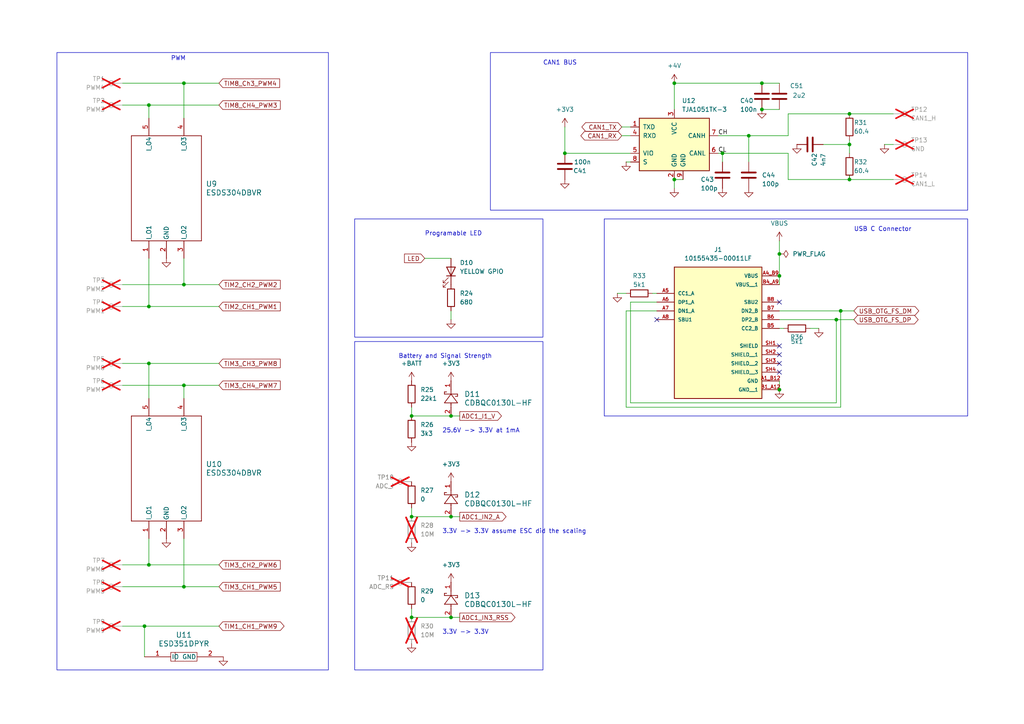
<source format=kicad_sch>
(kicad_sch (version 20231120) (generator "eeschema") (generator_version "8.0")
  (paper "A4")
  (lib_symbols
    (symbol "Connector:TestPoint" (pin_numbers hide) (pin_names (offset 0.762) hide)
      (property "Reference" "TP" (at 0 6.858 0))
      (property "Value" "TestPoint" (at 0 5.08 0))
      (symbol "TestPoint_0_1"
        (circle (center 0 3.302) (radius 0.762))
      )
      (symbol "TestPoint_1_1"
        (pin passive line (at 0 0 90) (length 2.54) (name "1") (number "1"))
      )
    )
    (symbol "Device:C" (pin_numbers hide) (pin_names (offset 0.254))
      (property "Reference" "C" (at 0.635 2.54 0))
      (property "Value" "C" (at 0.635 -2.54 0))
      (symbol "C_0_1"
        (polyline (pts (xy -2.032 -0.762) (xy 2.032 -0.762)) (stroke (width 0.508)))
        (polyline (pts (xy -2.032 0.762) (xy 2.032 0.762)) (stroke (width 0.508)))
      )
      (symbol "C_1_1"
        (pin passive line (at 0 3.81 270) (length 2.794) (name "~") (number "1"))
        (pin passive line (at 0 -3.81 90) (length 2.794) (name "~") (number "2"))
      )
    )
    (symbol "Device:LED" (pin_numbers hide) (pin_names (offset 1.016) hide)
      (property "Reference" "D" (at 0 2.54 0))
      (property "Value" "LED" (at 0 -2.54 0))
      (symbol "LED_0_1"
        (polyline (pts (xy -1.27 -1.27) (xy -1.27 1.27)) (stroke (width 0.254)))
        (polyline (pts (xy -1.27 0) (xy 1.27 0)))
        (polyline (pts (xy 1.27 -1.27) (xy 1.27 1.27) (xy -1.27 0) (xy 1.27 -1.27)) (stroke (width 0.254)))
        (polyline (pts (xy -3.048 -0.762) (xy -4.572 -2.286) (xy -3.81 -2.286) (xy -4.572 -2.286) (xy -4.572 -1.524)))
        (polyline (pts (xy -1.778 -0.762) (xy -3.302 -2.286) (xy -2.54 -2.286) (xy -3.302 -2.286) (xy -3.302 -1.524)))
      )
      (symbol "LED_1_1"
        (pin passive line (at -3.81 0 0) (length 2.54) (name "K") (number "1"))
        (pin passive line (at 3.81 0 180) (length 2.54) (name "A") (number "2"))
      )
    )
    (symbol "Device:R" (pin_numbers hide) (pin_names (offset 0))
      (property "Reference" "R" (at 2.032 0 90))
      (property "Value" "R" (at 0 0 90))
      (symbol "R_0_1"
        (rectangle (start -1.016 -2.54) (end 1.016 2.54) (stroke (width 0.254)))
      )
      (symbol "R_1_1"
        (pin passive line (at 0 3.81 270) (length 1.27) (name "~") (number "1"))
        (pin passive line (at 0 -3.81 90) (length 1.27) (name "~") (number "2"))
      )
    )
    (symbol "Interface_CAN_LIN:TJA1051TK-3" (pin_names (offset 1.016))
      (property "Reference" "U" (at -10.16 8.89 0))
      (property "Value" "TJA1051TK-3" (at 1.27 8.89 0))
      (symbol "TJA1051TK-3_0_1"
        (rectangle (start -10.16 7.62) (end 10.16 -7.62) (stroke (width 0.254)) (fill (type background)))
      )
      (symbol "TJA1051TK-3_1_1"
        (pin input line (at -12.7 5.08 0) (length 2.54) (name "TXD") (number "1"))
        (pin power_in line (at 0 -10.16 90) (length 2.54) (name "GND") (number "2"))
        (pin power_in line (at 0 10.16 270) (length 2.54) (name "VCC") (number "3"))
        (pin output line (at -12.7 2.54 0) (length 2.54) (name "RXD") (number "4"))
        (pin power_in line (at -12.7 -2.54 0) (length 2.54) (name "VIO") (number "5"))
        (pin bidirectional line (at 12.7 -2.54 180) (length 2.54) (name "CANL") (number "6"))
        (pin bidirectional line (at 12.7 2.54 180) (length 2.54) (name "CANH") (number "7"))
        (pin input line (at -12.7 -5.08 0) (length 2.54) (name "S") (number "8"))
        (pin power_in line (at 2.54 -10.16 90) (length 2.54) (name "GND") (number "9"))
      )
    )
    (symbol "Project_Library:10155435-00011LF" (pin_names (offset 1.016))
      (property "Reference" "J" (at -12.7 13.462 0))
      (property "Value" "10155435-00011LF" (at -12.7 -26.162 0))
      (symbol "10155435-00011LF_0_0"
        (rectangle (start -12.7 -25.4) (end 12.7 12.7) (stroke (width 0.254)) (fill (type background)))
        (pin power_in line (at 17.78 -20.32 180) (length 5.08) (name "GND") (number "A1_B12"))
        (pin power_in line (at 17.78 10.16 180) (length 5.08) (name "VBUS") (number "A4_B9"))
        (pin bidirectional line (at -17.78 5.08 0) (length 5.08) (name "CC1_A") (number "A5"))
        (pin bidirectional line (at -17.78 2.54 0) (length 5.08) (name "DP1_A") (number "A6"))
        (pin bidirectional line (at -17.78 0 0) (length 5.08) (name "DN1_A") (number "A7"))
        (pin bidirectional line (at -17.78 -2.54 0) (length 5.08) (name "SBU1") (number "A8"))
        (pin power_in line (at 17.78 -22.86 180) (length 5.08) (name "GND__1") (number "B1_A12"))
        (pin power_in line (at 17.78 7.62 180) (length 5.08) (name "VBUS__1") (number "B4_A9"))
        (pin bidirectional line (at 17.78 -5.08 180) (length 5.08) (name "CC2_B") (number "B5"))
        (pin bidirectional line (at 17.78 -2.54 180) (length 5.08) (name "DP2_B") (number "B6"))
        (pin bidirectional line (at 17.78 0 180) (length 5.08) (name "DN2_B") (number "B7"))
        (pin bidirectional line (at 17.78 2.54 180) (length 5.08) (name "SBU2") (number "B8"))
        (pin passive line (at 17.78 -10.16 180) (length 5.08) (name "SHIELD") (number "SH1"))
        (pin passive line (at 17.78 -12.7 180) (length 5.08) (name "SHIELD__1") (number "SH2"))
        (pin passive line (at 17.78 -15.24 180) (length 5.08) (name "SHIELD__2") (number "SH3"))
        (pin passive line (at 17.78 -17.78 180) (length 5.08) (name "SHIELD__3") (number "SH4"))
      )
    )
    (symbol "Project_Library:CDBQC0130L-HF" (pin_names (offset 0.254))
      (property "Reference" "CR" (at 5.08 4.445 0))
      (property "Value" "CDBQC0130L-HF" (at 5.08 -3.81 0))
      (symbol "CDBQC0130L-HF_0_1"
        (polyline (pts (xy 2.54 0) (xy 3.4798 0)) (stroke (width 0.2032)))
        (polyline (pts (xy 3.175 0) (xy 3.81 0)) (stroke (width 0.2032)))
        (polyline (pts (xy 3.81 -1.905) (xy 6.35 0)) (stroke (width 0.2032)))
        (polyline (pts (xy 3.81 1.905) (xy 3.81 -1.905)) (stroke (width 0.2032)))
        (polyline (pts (xy 5.715 -1.905) (xy 5.715 -1.27)) (stroke (width 0.2032)))
        (polyline (pts (xy 6.35 -1.905) (xy 5.715 -1.905)) (stroke (width 0.2032)))
        (polyline (pts (xy 6.35 -1.905) (xy 6.35 1.905)) (stroke (width 0.2032)))
        (polyline (pts (xy 6.35 0) (xy 3.81 1.905)) (stroke (width 0.2032)))
        (polyline (pts (xy 6.35 0) (xy 7.62 0)) (stroke (width 0.2032)))
        (polyline (pts (xy 6.35 1.905) (xy 6.985 1.905)) (stroke (width 0.2032)))
        (polyline (pts (xy 6.985 1.905) (xy 6.985 1.27)) (stroke (width 0.2032)))
        (pin unspecified line (at 10.16 0 180) (length 2.54) (name "") (number "1"))
        (pin unspecified line (at 0 0 0) (length 2.54) (name "") (number "2"))
      )
    )
    (symbol "Project_Library:ESD351DPYR" (pin_names (offset 0.254))
      (property "Reference" "U8" (at 11.43 6.35 0))
      (property "Value" "ESD351DPYR" (at 11.43 3.81 0))
      (symbol "ESD351DPYR_0_1"
        (pin bidirectional line (at 0 0 0) (length 7.62) (name "IO") (number "1"))
        (pin power_in line (at 22.86 0 180) (length 7.62) (name "GND") (number "2"))
      )
      (symbol "ESD351DPYR_1_1"
        (polyline (pts (xy 8.89 1.27) (xy 8.89 -1.27)))
        (rectangle (start 7.62 1.27) (end 15.24 -1.27))
      )
    )
    (symbol "Project_Library:ESDS304DBVR" (pin_names (offset 0.254))
      (property "Reference" "U" (at 0 2.54 0))
      (property "Value" "ESDS304DBVR" (at 0 0 0))
      (symbol "ESDS304DBVR_0_1"
        (polyline (pts (xy -15.24 -10.16) (xy 15.24 -10.16)) (stroke (width 0.2032)))
        (polyline (pts (xy -15.24 10.16) (xy -15.24 -10.16)) (stroke (width 0.2032)))
        (polyline (pts (xy 15.24 -10.16) (xy 15.24 10.16)) (stroke (width 0.2032)))
        (polyline (pts (xy 15.24 10.16) (xy -15.24 10.16)) (stroke (width 0.2032)))
        (pin power_in line (at -20.32 0 0) (length 5.08) (name "GND") (number "2"))
        (pin bidirectional line (at 20.32 -5.08 180) (length 5.08) (name "I_O3") (number "4"))
        (pin bidirectional line (at 20.32 5.08 180) (length 5.08) (name "I_O4") (number "5"))
      )
      (symbol "ESDS304DBVR_1_1"
        (pin bidirectional line (at -20.32 5.08 0) (length 5.08) (name "I_O1") (number "1"))
        (pin bidirectional line (at -20.32 -5.08 0) (length 5.08) (name "I_O2") (number "3"))
      )
    )
    (symbol "power:+3V3" (power) (pin_numbers hide) (pin_names (offset 0) hide)
      (property "Value" "+3V3" (at 0 3.556 0))
      (symbol "+3V3_0_1"
        (polyline (pts (xy -0.762 1.27) (xy 0 2.54)))
        (polyline (pts (xy 0 0) (xy 0 2.54)))
        (polyline (pts (xy 0 2.54) (xy 0.762 1.27)))
      )
      (symbol "+3V3_1_1"
        (pin power_in line (at 0 0 90) (length 0) (name "~") (number "1"))
      )
    )
    (symbol "power:+4V" (power) (pin_numbers hide) (pin_names (offset 0) hide)
      (property "Value" "+4V" (at 0 3.556 0))
      (symbol "+4V_0_1"
        (polyline (pts (xy -0.762 1.27) (xy 0 2.54)))
        (polyline (pts (xy 0 0) (xy 0 2.54)))
        (polyline (pts (xy 0 2.54) (xy 0.762 1.27)))
      )
      (symbol "+4V_1_1"
        (pin power_in line (at 0 0 90) (length 0) (name "~") (number "1"))
      )
    )
    (symbol "power:+BATT" (power) (pin_numbers hide) (pin_names (offset 0) hide)
      (property "Value" "+BATT" (at 0 3.556 0))
      (symbol "+BATT_0_1"
        (polyline (pts (xy -0.762 1.27) (xy 0 2.54)))
        (polyline (pts (xy 0 0) (xy 0 2.54)))
        (polyline (pts (xy 0 2.54) (xy 0.762 1.27)))
      )
      (symbol "+BATT_1_1"
        (pin power_in line (at 0 0 90) (length 0) (name "~") (number "1"))
      )
    )
    (symbol "power:GND" (power) (pin_numbers hide) (pin_names (offset 0) hide)
      (property "Value" "GND" (at 0 -3.81 0))
      (symbol "GND_0_1"
        (polyline (pts (xy 0 0) (xy 0 -1.27) (xy 1.27 -1.27) (xy 0 -2.54) (xy -1.27 -1.27) (xy 0 -1.27)))
      )
      (symbol "GND_1_1"
        (pin power_in line (at 0 0 270) (length 0) (name "~") (number "1"))
      )
    )
    (symbol "power:PWR_FLAG" (power) (pin_numbers hide) (pin_names (offset 0) hide)
      (property "Value" "PWR_FLAG" (at 0 3.81 0))
      (symbol "PWR_FLAG_0_0"
        (pin power_out line (at 0 0 90) (length 0) (name "~") (number "1"))
      )
      (symbol "PWR_FLAG_0_1"
        (polyline (pts (xy 0 0) (xy 0 1.27) (xy -1.016 1.905) (xy 0 2.54) (xy 1.016 1.905) (xy 0 1.27)))
      )
    )
    (symbol "power:VBUS" (power) (pin_numbers hide) (pin_names (offset 0) hide)
      (property "Value" "VBUS" (at 0 3.556 0))
      (symbol "VBUS_0_1"
        (polyline (pts (xy -0.762 1.27) (xy 0 2.54)))
        (polyline (pts (xy 0 0) (xy 0 2.54)))
        (polyline (pts (xy 0 2.54) (xy 0.762 1.27)))
      )
      (symbol "VBUS_1_1"
        (pin power_in line (at 0 0 90) (length 0) (name "~") (number "1"))
      )
    )
  )
  (junction (at 43.18 163.83))
  (junction (at 246.38 33.02))
  (junction (at 246.38 52.07))
  (junction (at 226.06 80.01))
  (junction (at 243.84 90.17))
  (junction (at 41.91 181.61))
  (junction (at 119.38 120.65))
  (junction (at 195.58 24.13))
  (junction (at 43.18 30.48))
  (junction (at 242.57 92.71))
  (junction (at 130.81 179.07))
  (junction (at 246.38 41.91))
  (junction (at 119.38 179.07))
  (junction (at 53.34 82.55))
  (junction (at 53.34 170.18))
  (junction (at 220.98 31.75))
  (junction (at 195.58 52.07))
  (junction (at 163.83 44.45))
  (junction (at 43.18 105.41))
  (junction (at 53.34 111.76))
  (junction (at 130.81 149.86))
  (junction (at 217.17 39.37))
  (junction (at 130.81 120.65))
  (junction (at 226.06 113.03))
  (junction (at 43.18 88.9))
  (junction (at 220.98 24.13))
  (junction (at 209.55 44.45))
  (junction (at 226.06 73.66))
  (junction (at 53.34 24.13))
  (junction (at 119.38 149.86))
  (no_connect (at 226.06 102.87))
  (no_connect (at 190.5 92.71))
  (no_connect (at 226.06 87.63))
  (no_connect (at 226.06 100.33))
  (no_connect (at 226.06 107.95))
  (no_connect (at 226.06 105.41))
  (wire (pts (xy 53.34 156.21) (xy 53.34 170.18)))
  (wire (pts (xy 43.18 163.83) (xy 63.5 163.83)))
  (wire (pts (xy 226.06 80.01) (xy 226.06 82.55)))
  (wire (pts (xy 208.28 39.37) (xy 217.17 39.37)))
  (wire (pts (xy 43.18 156.21) (xy 43.18 163.83)))
  (wire (pts (xy 119.38 147.32) (xy 119.38 149.86)))
  (wire (pts (xy 41.91 181.61) (xy 63.5 181.61)))
  (wire (pts (xy 130.81 90.17) (xy 130.81 92.71)))
  (wire (pts (xy 220.98 24.13) (xy 226.06 24.13)))
  (wire (pts (xy 35.56 170.18) (xy 53.34 170.18)))
  (wire (pts (xy 180.34 39.37) (xy 182.88 39.37)))
  (wire (pts (xy 53.34 24.13) (xy 63.5 24.13)))
  (wire (pts (xy 242.57 92.71) (xy 247.65 92.71)))
  (wire (pts (xy 53.34 24.13) (xy 53.34 34.29)))
  (wire (pts (xy 243.84 90.17) (xy 243.84 118.11)))
  (wire (pts (xy 35.56 111.76) (xy 53.34 111.76)))
  (wire (pts (xy 226.06 90.17) (xy 243.84 90.17)))
  (wire (pts (xy 180.34 36.83) (xy 182.88 36.83)))
  (wire (pts (xy 238.76 41.91) (xy 246.38 41.91)))
  (wire (pts (xy 195.58 54.61) (xy 195.58 52.07)))
  (wire (pts (xy 208.28 44.45) (xy 209.55 44.45)))
  (wire (pts (xy 228.6 44.45) (xy 228.6 52.07)))
  (wire (pts (xy 226.06 110.49) (xy 226.06 113.03)))
  (wire (pts (xy 35.56 181.61) (xy 41.91 181.61)))
  (wire (pts (xy 53.34 111.76) (xy 53.34 115.57)))
  (wire (pts (xy 226.06 95.25) (xy 227.33 95.25)))
  (wire (pts (xy 246.38 52.07) (xy 259.08 52.07)))
  (wire (pts (xy 181.61 90.17) (xy 190.5 90.17)))
  (wire (pts (xy 123.19 74.93) (xy 130.81 74.93)))
  (wire (pts (xy 119.38 120.65) (xy 130.81 120.65)))
  (wire (pts (xy 181.61 46.99) (xy 182.88 46.99)))
  (wire (pts (xy 246.38 40.64) (xy 246.38 41.91)))
  (wire (pts (xy 243.84 90.17) (xy 247.65 90.17)))
  (wire (pts (xy 119.38 118.11) (xy 119.38 120.65)))
  (wire (pts (xy 35.56 88.9) (xy 43.18 88.9)))
  (wire (pts (xy 246.38 52.07) (xy 246.38 50.8)))
  (wire (pts (xy 226.06 73.66) (xy 226.06 80.01)))
  (wire (pts (xy 130.81 149.86) (xy 133.35 149.86)))
  (wire (pts (xy 35.56 24.13) (xy 53.34 24.13)))
  (wire (pts (xy 163.83 36.83) (xy 163.83 44.45)))
  (wire (pts (xy 228.6 33.02) (xy 246.38 33.02)))
  (wire (pts (xy 195.58 52.07) (xy 198.12 52.07)))
  (wire (pts (xy 43.18 105.41) (xy 43.18 115.57)))
  (wire (pts (xy 163.83 44.45) (xy 182.88 44.45)))
  (wire (pts (xy 181.61 118.11) (xy 181.61 90.17)))
  (wire (pts (xy 119.38 179.07) (xy 130.81 179.07)))
  (wire (pts (xy 43.18 30.48) (xy 63.5 30.48)))
  (wire (pts (xy 43.18 30.48) (xy 43.18 34.29)))
  (wire (pts (xy 226.06 69.85) (xy 226.06 73.66)))
  (wire (pts (xy 195.58 24.13) (xy 195.58 31.75)))
  (wire (pts (xy 246.38 41.91) (xy 246.38 44.45)))
  (wire (pts (xy 182.88 87.63) (xy 182.88 116.84)))
  (wire (pts (xy 43.18 88.9) (xy 63.5 88.9)))
  (wire (pts (xy 53.34 170.18) (xy 63.5 170.18)))
  (wire (pts (xy 181.61 85.09) (xy 179.07 85.09)))
  (wire (pts (xy 35.56 82.55) (xy 53.34 82.55)))
  (wire (pts (xy 217.17 39.37) (xy 228.6 39.37)))
  (wire (pts (xy 181.61 118.11) (xy 243.84 118.11)))
  (wire (pts (xy 130.81 120.65) (xy 133.35 120.65)))
  (wire (pts (xy 209.55 44.45) (xy 209.55 46.99)))
  (wire (pts (xy 43.18 74.93) (xy 43.18 88.9)))
  (wire (pts (xy 228.6 39.37) (xy 228.6 33.02)))
  (wire (pts (xy 217.17 46.99) (xy 217.17 39.37)))
  (wire (pts (xy 43.18 105.41) (xy 63.5 105.41)))
  (wire (pts (xy 119.38 149.86) (xy 130.81 149.86)))
  (wire (pts (xy 35.56 30.48) (xy 43.18 30.48)))
  (wire (pts (xy 190.5 87.63) (xy 182.88 87.63)))
  (wire (pts (xy 53.34 74.93) (xy 53.34 82.55)))
  (wire (pts (xy 119.38 176.53) (xy 119.38 179.07)))
  (wire (pts (xy 195.58 24.13) (xy 220.98 24.13)))
  (wire (pts (xy 190.5 85.09) (xy 189.23 85.09)))
  (wire (pts (xy 53.34 111.76) (xy 63.5 111.76)))
  (wire (pts (xy 256.54 41.91) (xy 259.08 41.91)))
  (wire (pts (xy 53.34 82.55) (xy 63.5 82.55)))
  (wire (pts (xy 234.95 95.25) (xy 237.49 95.25)))
  (wire (pts (xy 220.98 31.75) (xy 226.06 31.75)))
  (wire (pts (xy 226.06 92.71) (xy 242.57 92.71)))
  (wire (pts (xy 182.88 116.84) (xy 242.57 116.84)))
  (wire (pts (xy 35.56 105.41) (xy 43.18 105.41)))
  (wire (pts (xy 35.56 163.83) (xy 43.18 163.83)))
  (wire (pts (xy 209.55 44.45) (xy 228.6 44.45)))
  (wire (pts (xy 242.57 92.71) (xy 242.57 116.84)))
  (wire (pts (xy 228.6 52.07) (xy 246.38 52.07)))
  (wire (pts (xy 246.38 33.02) (xy 259.08 33.02)))
  (wire (pts (xy 130.81 179.07) (xy 133.35 179.07)))
  (wire (pts (xy 41.91 181.61) (xy 41.91 190.5)))
  (rectangle (start 102.87 63.5) (end 157.48 97.79))
  (rectangle (start 16.51 15.24) (end 95.25 194.31))
  (rectangle (start 102.87 99.06) (end 157.48 194.31))
  (rectangle (start 142.24 15.24) (end 280.67 60.96))
  (rectangle (start 175.26 63.5) (end 280.67 120.65))
  (text "3.3V -> 3.3V assume ESC did the scaling\n" (at 128.27 154.94 0) (effects (font (size 1.27 1.27)) (justify left bottom)))
  (text "Battery and Signal Strength" (at 115.57 104.14 0) (effects (font (size 1.27 1.27)) (justify left bottom)))
  (text "25.6V -> 3.3V at 1mA\n" (at 128.27 125.73 0) (effects (font (size 1.27 1.27)) (justify left bottom)))
  (text "Programable LED" (at 123.19 68.58 0) (effects (font (size 1.27 1.27)) (justify left bottom)))
  (text "CAN1 BUS" (at 157.48 19.05 0) (effects (font (size 1.27 1.27)) (justify left bottom)))
  (text "PWM" (at 49.53 17.78 0) (effects (font (size 1.27 1.27)) (justify left bottom)))
  (text "USB C Connector" (at 247.65 67.31 0) (effects (font (size 1.27 1.27)) (justify left bottom)))
  (text "3.3V -> 3.3V\n" (at 128.27 184.15 0) (effects (font (size 1.27 1.27)) (justify left bottom)))
  (label "CL" (at 208.28 44.45 0))
  (label "CH" (at 208.28 39.37 0))
  (global_label "TIM2_CH1_PWM1" (shape input) (at 63.5 88.9 0) (property "Intersheetrefs" "${INTERSHEET_REFS}" (effects (hide yes))))
  (global_label "LED" (shape input) (at 123.19 74.93 180) (property "Intersheetrefs" "${INTERSHEET_REFS}" (effects (hide yes))))
  (global_label "TIM8_CH4_PWM3" (shape input) (at 63.5 30.48 0) (property "Intersheetrefs" "${INTERSHEET_REFS}" (effects (hide yes))))
  (global_label "CAN1_TX" (shape bidirectional) (at 180.34 36.83 180) (property "Intersheetrefs" "${INTERSHEET_REFS}" (effects (hide yes))))
  (global_label "USB_OTG_FS_DP" (shape bidirectional) (at 247.65 92.71 0) (property "Intersheetrefs" "${INTERSHEET_REFS}" (effects (hide yes))))
  (global_label "TIM8_Ch3_PWM4" (shape input) (at 63.5 24.13 0) (property "Intersheetrefs" "${INTERSHEET_REFS}" (effects (hide yes))))
  (global_label "TIM1_CH1_PWM9" (shape bidirectional) (at 63.5 181.61 0) (property "Intersheetrefs" "${INTERSHEET_REFS}" (effects (hide yes))))
  (global_label "TIM2_CH2_PWM2" (shape input) (at 63.5 82.55 0) (property "Intersheetrefs" "${INTERSHEET_REFS}" (effects (hide yes))))
  (global_label "TIM3_CH1_PWM5" (shape input) (at 63.5 170.18 0) (property "Intersheetrefs" "${INTERSHEET_REFS}" (effects (hide yes))))
  (global_label "ADC1_IN3_RSS" (shape output) (at 133.35 179.07 0) (property "Intersheetrefs" "${INTERSHEET_REFS}" (effects (hide yes))))
  (global_label "CAN1_RX" (shape bidirectional) (at 180.34 39.37 180) (property "Intersheetrefs" "${INTERSHEET_REFS}" (effects (hide yes))))
  (global_label "TIM3_CH3_PWM8" (shape input) (at 63.5 105.41 0) (property "Intersheetrefs" "${INTERSHEET_REFS}" (effects (hide yes))))
  (global_label "TIM3_CH2_PWM6" (shape input) (at 63.5 163.83 0) (property "Intersheetrefs" "${INTERSHEET_REFS}" (effects (hide yes))))
  (global_label "USB_OTG_FS_DM" (shape bidirectional) (at 247.65 90.17 0) (property "Intersheetrefs" "${INTERSHEET_REFS}" (effects (hide yes))))
  (global_label "TIM3_CH4_PWM7" (shape input) (at 63.5 111.76 0) (property "Intersheetrefs" "${INTERSHEET_REFS}" (effects (hide yes))))
  (global_label "ADC1_IN2_A" (shape output) (at 133.35 149.86 0) (property "Intersheetrefs" "${INTERSHEET_REFS}" (effects (hide yes))))
  (global_label "ADC1_I1_V" (shape output) (at 133.35 120.65 0) (property "Intersheetrefs" "${INTERSHEET_REFS}" (effects (hide yes))))
  (symbol (lib_id "power:+3V3") (at 130.81 168.91 0) (unit 1)
    (property "Reference" "#PWR095" (effects (hide yes)))
    (property "Value" "+3V3" (at 130.81 163.83 0))
    (property "Description" "Power symbol creates a global label with name \"+3V3\"" (effects (hide yes)))
  )
  (symbol (lib_id "power:GND") (at 209.55 54.61 0) (unit 1)
    (property "Reference" "#PWR087" (effects (hide yes)))
    (property "Value" "GND" (effects (hide yes)))
    (property "Description" "Power symbol creates a global label with name \"GND\" , ground" (effects (hide yes)))
  )
  (symbol (lib_id "Connector:TestPoint") (at 35.56 30.48 90) (unit 1) (dnp yes)
    (property "Reference" "TP2" (at 30.48 29.21 90) (effects (justify left)))
    (property "Value" "PWM3" (at 30.48 31.75 90) (effects (justify left)))
    (property "Footprint" "Project:TestPoint_Pad_1.0x1.5mm" (effects (hide yes)))
    (property "Note" "DNP" (effects (hide yes)))
    (property "Assemby" "Copper pad: no assembly required" (effects (hide yes)))
  )
  (symbol (lib_id "Device:R") (at 119.38 153.67 0) (unit 1) (dnp yes)
    (property "Reference" "R28" (at 121.92 152.3999 0) (effects (justify left)))
    (property "Value" "10M" (at 121.92 154.9399 0) (effects (justify left)))
    (property "Footprint" "Resistor_SMD:R_0402_1005Metric" (effects (hide yes)))
    (property "Tolerance" "0.1%" (effects (hide yes)))
    (property "Manufactorer" "YAGEO" (effects (hide yes)))
    (property "Part Number" "RC0402JR-0710ML" (effects (hide yes)))
    (property "Note" "DNP" (effects (hide yes)))
  )
  (symbol (lib_id "Interface_CAN_LIN:TJA1051TK-3") (at 195.58 41.91 0) (unit 1)
    (property "Reference" "U12" (at 197.7741 29.21 0) (effects (justify left)))
    (property "Value" "TJA1051TK-3" (at 197.7741 31.75 0) (effects (justify left)))
    (property "Footprint" "Package_DFN_QFN:DFN-8-1EP_3x3mm_P0.65mm_EP1.55x2.4mm" (effects (hide yes)))
    (property "Datasheet" "http://www.nxp.com/docs/en/data-sheet/TJA1051.pdf" (effects (hide yes)))
    (property "Manufactorer" "NXP" (effects (hide yes)))
    (property "Part Number" "TJA1051TK/3,118" (effects (hide yes)))
  )
  (symbol (lib_id "power:GND") (at 237.49 95.25 0) (unit 1)
    (property "Reference" "#PWR082" (effects (hide yes)))
    (property "Value" "GND" (effects (hide yes)))
    (property "Description" "Power symbol creates a global label with name \"GND\" , ground" (effects (hide yes)))
  )
  (symbol (lib_id "power:GND") (at 226.06 113.03 0) (unit 1)
    (property "Reference" "#PWR083" (effects (hide yes)))
    (property "Value" "GND" (effects (hide yes)))
    (property "Description" "Power symbol creates a global label with name \"GND\" , ground" (effects (hide yes)))
  )
  (symbol (lib_id "Project_Library:ESD351DPYR") (at 41.91 190.5 0) (unit 1)
    (property "Reference" "U11" (at 53.34 184.15 0) (effects (font (size 1.524 1.524))))
    (property "Value" "ESD351DPYR" (at 53.34 186.69 0) (effects (font (size 1.524 1.524))))
    (property "Footprint" "Project:DPY2_TEX" (effects (hide yes)))
    (property "Datasheet" "https://www.ti.com/general/docs/suppproductinfo.tsp?distId=10&gotoUrl=https%3A%2F%2Fwww.ti.com%2Flit%2Fgpn%2Fesd351" (effects (hide yes)))
    (property "Manufactorer" "TI" (effects (hide yes)))
    (property "Part Number" "ESD351DPYR" (effects (hide yes)))
  )
  (symbol (lib_id "power:GND") (at 231.14 41.91 0) (unit 1)
    (property "Reference" "#PWR090" (effects (hide yes)))
    (property "Value" "GND" (effects (hide yes)))
    (property "Description" "Power symbol creates a global label with name \"GND\" , ground" (effects (hide yes)))
  )
  (symbol (lib_id "power:GND") (at 163.83 52.07 0) (unit 1)
    (property "Reference" "#PWR020" (effects (hide yes)))
    (property "Value" "GND" (effects (hide yes)))
    (property "Description" "Power symbol creates a global label with name \"GND\" , ground" (effects (hide yes)))
  )
  (symbol (lib_id "Project_Library:CDBQC0130L-HF") (at 130.81 179.07 90) (unit 1)
    (property "Reference" "D13" (at 134.62 172.72 90) (effects (font (size 1.524 1.524)) (justify right)))
    (property "Value" "CDBQC0130L-HF" (at 134.62 175.26 90) (effects (font (size 1.524 1.524)) (justify right)))
    (property "Footprint" "Project:SDO_0402C&slash_SOD-923F_CIP" (effects (hide yes)))
    (property "Datasheet" "https://www.comchiptech.com/admin/files/product/CDBQC0130L-HF%20RevB681116.pdf" (effects (hide yes)))
    (property "Amps" "0.1" (effects (hide yes)))
    (property "Manufactorer" "Comchip" (effects (hide yes)))
    (property "Part Number" "CDBQC0130L-HF" (effects (hide yes)))
    (property "Voltage" "30" (effects (hide yes)))
  )
  (symbol (lib_id "Connector:TestPoint") (at 35.56 105.41 90) (unit 1) (dnp yes)
    (property "Reference" "TP5" (at 30.48 104.14 90) (effects (justify left)))
    (property "Value" "PWM8" (at 30.48 106.68 90) (effects (justify left)))
    (property "Footprint" "Project:TestPoint_Pad_1.0x1.5mm" (effects (hide yes)))
    (property "Note" "DNP" (effects (hide yes)))
    (property "Assemby" "Copper pad: no assembly required" (effects (hide yes)))
  )
  (symbol (lib_id "power:GND") (at 179.07 85.09 0) (unit 1)
    (property "Reference" "#PWR084" (effects (hide yes)))
    (property "Value" "GND" (effects (hide yes)))
    (property "Description" "Power symbol creates a global label with name \"GND\" , ground" (effects (hide yes)))
  )
  (symbol (lib_id "power:GND") (at 220.98 31.75 0) (unit 1)
    (property "Reference" "#PWR089" (effects (hide yes)))
    (property "Value" "GND" (effects (hide yes)))
    (property "Description" "Power symbol creates a global label with name \"GND\" , ground" (effects (hide yes)))
  )
  (symbol (lib_id "power:GND") (at 64.77 190.5 0) (unit 1)
    (property "Reference" "#PWR078" (effects (hide yes)))
    (property "Value" "GND" (effects (hide yes)))
    (property "Description" "Power symbol creates a global label with name \"GND\" , ground" (effects (hide yes)))
  )
  (symbol (lib_id "Device:C") (at 163.83 48.26 180) (unit 1)
    (property "Reference" "C41" (at 170.18 49.53 0) (effects (justify left)))
    (property "Value" "100n" (at 171.45 46.99 0) (effects (justify left)))
    (property "Footprint" "Capacitor_SMD:C_0402_1005Metric" (effects (hide yes)))
    (property "Manufactorer" "YAGEO" (effects (hide yes)))
    (property "Part Number" "CC0402KRX5R8BB104" (effects (hide yes)))
    (property "Voltage" "25" (effects (hide yes)))
    (property "Tolerance" "10%" (effects (hide yes)))
  )
  (symbol (lib_id "Device:C") (at 220.98 27.94 0) (unit 1)
    (property "Reference" "C40" (at 214.63 29.21 0) (effects (justify left)))
    (property "Value" "100n" (at 214.63 31.75 0) (effects (justify left)))
    (property "Footprint" "Capacitor_SMD:C_0402_1005Metric" (effects (hide yes)))
    (property "Manufactorer" "YAGEO" (effects (hide yes)))
    (property "Part Number" "CC0402KRX5R8BB104" (effects (hide yes)))
    (property "Voltage" "25" (effects (hide yes)))
    (property "Tolerance" "10%" (effects (hide yes)))
  )
  (symbol (lib_id "power:PWR_FLAG") (at 226.06 73.66 270) (unit 1)
    (property "Reference" "#FLG08" (effects (hide yes)))
    (property "Value" "PWR_FLAG" (at 229.87 73.6599 90) (effects (justify left)))
    (property "Description" "Special symbol for telling ERC where power comes from" (effects (hide yes)))
  )
  (symbol (lib_id "Connector:TestPoint") (at 35.56 163.83 90) (unit 1) (dnp yes)
    (property "Reference" "TP7" (at 30.48 162.56 90) (effects (justify left)))
    (property "Value" "PWM6" (at 30.48 165.1 90) (effects (justify left)))
    (property "Footprint" "Project:TestPoint_Pad_1.0x1.5mm" (effects (hide yes)))
    (property "Note" "DNP" (effects (hide yes)))
    (property "Assemby" "Copper pad: no assembly required" (effects (hide yes)))
  )
  (symbol (lib_id "power:GND") (at 217.17 54.61 0) (unit 1)
    (property "Reference" "#PWR088" (effects (hide yes)))
    (property "Value" "GND" (effects (hide yes)))
    (property "Description" "Power symbol creates a global label with name \"GND\" , ground" (effects (hide yes)))
  )
  (symbol (lib_id "Device:R") (at 246.38 48.26 0) (unit 1)
    (property "Reference" "R32" (at 247.65 46.99 0) (effects (justify left)))
    (property "Value" "60.4" (at 247.65 49.53 0) (effects (justify left)))
    (property "Footprint" "Resistor_SMD:R_0402_1005Metric" (effects (hide yes)))
    (property "Manufactorer" "YAGEO" (effects (hide yes)))
    (property "Part Number" "RC0402FR-0760R4L" (effects (hide yes)))
    (property "Tolerance" "1%" (effects (hide yes)))
  )
  (symbol (lib_id "Device:R") (at 119.38 143.51 0) (unit 1)
    (property "Reference" "R27" (at 121.92 142.24 0) (effects (justify left)))
    (property "Value" "0" (at 121.92 144.78 0) (effects (justify left)))
    (property "Footprint" "Resistor_SMD:R_0402_1005Metric" (effects (hide yes)))
    (property "Tolerance" "0.1%" (effects (hide yes)))
    (property "Manufactorer" "YAGEO" (effects (hide yes)))
    (property "Part Number" "RC0402FR-070RL" (effects (hide yes)))
  )
  (symbol (lib_id "Device:R") (at 185.42 85.09 270) (unit 1)
    (property "Reference" "R33" (at 185.42 80.01 90))
    (property "Value" "5k1" (at 185.42 82.55 90))
    (property "Footprint" "Resistor_SMD:R_0402_1005Metric" (effects (hide yes)))
    (property "Manufactorer" "YAGEO" (effects (hide yes)))
    (property "Part Number" "RC0402FR-075K1L" (effects (hide yes)))
    (property "Tolerance" "1%" (effects (hide yes)))
  )
  (symbol (lib_id "Project_Library:ESDS304DBVR") (at 48.26 135.89 90) (unit 1)
    (property "Reference" "U10" (at 59.69 134.62 90) (effects (font (size 1.524 1.524)) (justify right)))
    (property "Value" "ESDS304DBVR" (at 59.69 137.16 90) (effects (font (size 1.524 1.524)) (justify right)))
    (property "Footprint" "Project:DBV0005A_L" (effects (hide yes)))
    (property "Datasheet" "https://www.ti.com/lit/ds/symlink/esds302.pdf?HQS=dis-dk-null-digikeymode-dsf-pf-null-wwe&ts=1721661223795&ref_url=https%253A%252F%252Ficqqg.com%252F" (effects (hide yes)))
    (property "Manufactorer" "TI" (effects (hide yes)))
    (property "Part Number" "ESDS304DBVR" (effects (hide yes)))
  )
  (symbol (lib_id "power:GND") (at 119.38 128.27 0) (unit 1)
    (property "Reference" "#PWR081" (effects (hide yes)))
    (property "Value" "GND" (effects (hide yes)))
    (property "Description" "Power symbol creates a global label with name \"GND\" , ground" (effects (hide yes)))
  )
  (symbol (lib_id "power:GND") (at 195.58 54.61 0) (unit 1)
    (property "Reference" "#PWR086" (effects (hide yes)))
    (property "Value" "GND" (effects (hide yes)))
    (property "Description" "Power symbol creates a global label with name \"GND\" , ground" (effects (hide yes)))
  )
  (symbol (lib_id "Device:R") (at 231.14 95.25 270) (unit 1)
    (property "Reference" "R36" (at 231.14 97.79 90))
    (property "Value" "5k1" (at 231.14 99.06 90))
    (property "Footprint" "Resistor_SMD:R_0402_1005Metric" (effects (hide yes)))
    (property "Manufactorer" "YAGEO" (effects (hide yes)))
    (property "Part Number" "RC0402FR-075K1L" (effects (hide yes)))
    (property "Tolerance" "1%" (effects (hide yes)))
  )
  (symbol (lib_id "Project_Library:ESDS304DBVR") (at 48.26 54.61 90) (unit 1)
    (property "Reference" "U9" (at 59.69 53.34 90) (effects (font (size 1.524 1.524)) (justify right)))
    (property "Value" "ESDS304DBVR" (at 59.69 55.88 90) (effects (font (size 1.524 1.524)) (justify right)))
    (property "Footprint" "Project:DBV0005A_L" (effects (hide yes)))
    (property "Datasheet" "https://www.ti.com/lit/ds/symlink/esds302.pdf?HQS=dis-dk-null-digikeymode-dsf-pf-null-wwe&ts=1721661223795&ref_url=https%253A%252F%252Ficqqg.com%252F" (effects (hide yes)))
    (property "Manufactorer" "TI" (effects (hide yes)))
    (property "Part Number" "ESDS304DBVR" (effects (hide yes)))
  )
  (symbol (lib_id "Device:C") (at 209.55 50.8 0) (unit 1)
    (property "Reference" "C43" (at 203.2 52.07 0) (effects (justify left)))
    (property "Value" "100p" (at 203.2 54.61 0) (effects (justify left)))
    (property "Footprint" "Capacitor_SMD:C_0402_1005Metric" (effects (hide yes)))
    (property "Manufactorer" "YAGEO" (effects (hide yes)))
    (property "Part Number" "CC0402JRNPO9BN101" (effects (hide yes)))
    (property "Voltage" "50" (effects (hide yes)))
    (property "Tolerance" "5%" (effects (hide yes)))
  )
  (symbol (lib_id "Connector:TestPoint") (at 35.56 24.13 90) (unit 1) (in_bom no) (dnp yes)
    (property "Reference" "TP1" (at 30.48 22.86 90) (effects (justify left)))
    (property "Value" "PWM4" (at 30.48 25.4 90) (effects (justify left)))
    (property "Footprint" "Project:TestPoint_Pad_1.0x1.5mm" (effects (hide yes)))
    (property "Note" "DNP" (effects (hide yes)))
    (property "Assemby" "Copper pad: no assembly required" (effects (hide yes)))
  )
  (symbol (lib_id "Connector:TestPoint") (at 35.56 82.55 90) (unit 1) (dnp yes)
    (property "Reference" "TP3" (at 30.48 81.28 90) (effects (justify left)))
    (property "Value" "PWM2" (at 30.48 83.82 90) (effects (justify left)))
    (property "Footprint" "Project:TestPoint_Pad_1.0x1.5mm" (effects (hide yes)))
    (property "Note" "DNP" (effects (hide yes)))
    (property "Assemby" "Copper pad: no assembly required" (effects (hide yes)))
  )
  (symbol (lib_id "Device:R") (at 119.38 114.3 0) (unit 1)
    (property "Reference" "R25" (at 121.92 113.03 0) (effects (justify left)))
    (property "Value" "22k1" (at 121.92 115.57 0) (effects (justify left)))
    (property "Footprint" "Resistor_SMD:R_0402_1005Metric" (effects (hide yes)))
    (property "Tolerance" "0.1%" (effects (hide yes)))
    (property "Manufactorer" "YAGEO" (effects (hide yes)))
    (property "Part Number" "RP0402BRD0722K1L" (effects (hide yes)))
  )
  (symbol (lib_id "Device:R") (at 246.38 36.83 0) (unit 1)
    (property "Reference" "R31" (at 247.65 35.56 0) (effects (justify left)))
    (property "Value" "60.4" (at 247.65 38.1 0) (effects (justify left)))
    (property "Footprint" "Resistor_SMD:R_0402_1005Metric" (effects (hide yes)))
    (property "Manufactorer" "YAGEO" (effects (hide yes)))
    (property "Part Number" "RC0402FR-0760R4L" (effects (hide yes)))
    (property "Tolerance" "1%" (effects (hide yes)))
  )
  (symbol (lib_id "power:+BATT") (at 119.38 110.49 0) (unit 1)
    (property "Reference" "#PWR096" (effects (hide yes)))
    (property "Value" "+BATT" (at 119.38 105.41 0))
    (property "Description" "Power symbol creates a global label with name \"+BATT\"" (effects (hide yes)))
  )
  (symbol (lib_id "Device:R") (at 119.38 182.88 0) (unit 1) (dnp yes)
    (property "Reference" "R30" (at 121.92 181.6099 0) (effects (justify left)))
    (property "Value" "10M" (at 121.92 184.1499 0) (effects (justify left)))
    (property "Footprint" "Resistor_SMD:R_0402_1005Metric" (effects (hide yes)))
    (property "Tolerance" "5%" (effects (hide yes)))
    (property "Manufactorer" "YAGEO" (effects (hide yes)))
    (property "Part Number" "RC0402JR-0710ML" (effects (hide yes)))
    (property "Note" "DNP" (effects (hide yes)))
  )
  (symbol (lib_id "Connector:TestPoint") (at 259.08 33.02 270) (mirror x) (unit 1) (dnp yes)
    (property "Reference" "TP12" (at 264.16 31.75 90) (effects (justify left)))
    (property "Value" "CAN1_H" (at 264.16 34.29 90) (effects (justify left)))
    (property "Footprint" "Project:TestPoint_Pad_1.0x1.5mm" (effects (hide yes)))
    (property "Note" "DNP" (effects (hide yes)))
    (property "Assemby" "Copper pad: no assembly required" (effects (hide yes)))
  )
  (symbol (lib_id "power:GND") (at 256.54 41.91 0) (unit 1)
    (property "Reference" "#PWR091" (effects (hide yes)))
    (property "Value" "GND" (effects (hide yes)))
    (property "Description" "Power symbol creates a global label with name \"GND\" , ground" (effects (hide yes)))
  )
  (symbol (lib_id "power:GND") (at 48.26 156.21 0) (unit 1)
    (property "Reference" "#PWR077" (effects (hide yes)))
    (property "Value" "GND" (effects (hide yes)))
    (property "Description" "Power symbol creates a global label with name \"GND\" , ground" (effects (hide yes)))
  )
  (symbol (lib_id "power:+3V3") (at 163.83 36.83 0) (unit 1)
    (property "Reference" "#PWR099" (effects (hide yes)))
    (property "Value" "+3V3" (at 163.83 31.75 0))
    (property "Description" "Power symbol creates a global label with name \"+3V3\"" (effects (hide yes)))
  )
  (symbol (lib_id "power:GND") (at 130.81 92.71 0) (unit 1)
    (property "Reference" "#PWR092" (effects (hide yes)))
    (property "Value" "GND" (effects (hide yes)))
    (property "Description" "Power symbol creates a global label with name \"GND\" , ground" (effects (hide yes)))
  )
  (symbol (lib_id "Connector:TestPoint") (at 35.56 181.61 90) (unit 1) (dnp yes)
    (property "Reference" "TP9" (at 30.48 180.34 90) (effects (justify left)))
    (property "Value" "PWM9" (at 30.48 182.88 90) (effects (justify left)))
    (property "Footprint" "Project:TestPoint_Pad_1.0x1.5mm" (effects (hide yes)))
    (property "Note" "DNP" (effects (hide yes)))
    (property "Assemby" "Copper pad: no assembly required" (effects (hide yes)))
  )
  (symbol (lib_id "power:GND") (at 181.61 46.99 0) (unit 1)
    (property "Reference" "#PWR085" (effects (hide yes)))
    (property "Value" "GND" (effects (hide yes)))
    (property "Description" "Power symbol creates a global label with name \"GND\" , ground" (effects (hide yes)))
  )
  (symbol (lib_id "Connector:TestPoint") (at 259.08 41.91 270) (mirror x) (unit 1) (dnp yes)
    (property "Reference" "TP13" (at 264.16 40.64 90) (effects (justify left)))
    (property "Value" "GND" (at 264.16 43.18 90) (effects (justify left)))
    (property "Footprint" "Project:TestPoint_Pad_1.0x1.5mm" (effects (hide yes)))
    (property "Note" "DNP" (effects (hide yes)))
    (property "Assemby" "Copper pad: no assembly required" (effects (hide yes)))
  )
  (symbol (lib_id "power:+3V3") (at 130.81 110.49 0) (unit 1)
    (property "Reference" "#PWR093" (effects (hide yes)))
    (property "Value" "+3V3" (at 130.81 105.41 0))
    (property "Description" "Power symbol creates a global label with name \"+3V3\"" (effects (hide yes)))
  )
  (symbol (lib_id "power:GND") (at 119.38 186.69 0) (unit 1)
    (property "Reference" "#PWR079" (effects (hide yes)))
    (property "Value" "GND" (effects (hide yes)))
    (property "Description" "Power symbol creates a global label with name \"GND\" , ground" (effects (hide yes)))
  )
  (symbol (lib_id "Project_Library:CDBQC0130L-HF") (at 130.81 120.65 90) (unit 1)
    (property "Reference" "D11" (at 134.62 114.3 90) (effects (font (size 1.524 1.524)) (justify right)))
    (property "Value" "CDBQC0130L-HF" (at 134.62 116.84 90) (effects (font (size 1.524 1.524)) (justify right)))
    (property "Footprint" "Project:SDO_0402C&slash_SOD-923F_CIP" (effects (hide yes)))
    (property "Datasheet" "https://www.comchiptech.com/admin/files/product/CDBQC0130L-HF%20RevB681116.pdf" (effects (hide yes)))
    (property "Amps" "0.1" (effects (hide yes)))
    (property "Manufactorer" "Comchip" (effects (hide yes)))
    (property "Part Number" "CDBQC0130L-HF" (effects (hide yes)))
    (property "Voltage" "30" (effects (hide yes)))
  )
  (symbol (lib_id "Connector:TestPoint") (at 35.56 111.76 90) (unit 1) (dnp yes)
    (property "Reference" "TP6" (at 30.48 110.49 90) (effects (justify left)))
    (property "Value" "PWM7" (at 30.48 113.03 90) (effects (justify left)))
    (property "Footprint" "Project:TestPoint_Pad_1.0x1.5mm" (effects (hide yes)))
    (property "Note" "DNP" (effects (hide yes)))
    (property "Assemby" "Copper pad: no assembly required" (effects (hide yes)))
  )
  (symbol (lib_id "Device:C") (at 234.95 41.91 90) (unit 1)
    (property "Reference" "C42" (at 236.22 48.26 0) (effects (justify left)))
    (property "Value" "4n7" (at 238.76 48.26 0) (effects (justify left)))
    (property "Footprint" "Capacitor_SMD:C_0402_1005Metric" (effects (hide yes)))
    (property "Manufactorer" "Murata" (effects (hide yes)))
    (property "Part Number" "GRM155R61H472KA01D " (effects (hide yes)))
    (property "Voltage" "50" (effects (hide yes)))
    (property "Tolerance" "5%" (effects (hide yes)))
  )
  (symbol (lib_id "Connector:TestPoint") (at 119.38 168.91 90) (unit 1) (dnp yes)
    (property "Reference" "TP11" (at 114.3 167.64 90) (effects (justify left)))
    (property "Value" "ADC_RS" (at 114.3 170.18 90) (effects (justify left)))
    (property "Footprint" "Project:TestPoint_Pad_1.0x1.5mm" (effects (hide yes)))
    (property "Note" "DNP" (effects (hide yes)))
    (property "Assemby" "Copper pad: no assembly required" (effects (hide yes)))
  )
  (symbol (lib_id "Device:R") (at 130.81 86.36 180) (unit 1)
    (property "Reference" "R24" (at 133.35 85.0899 0) (effects (justify right)))
    (property "Value" "680" (at 133.35 87.6299 0) (effects (justify right)))
    (property "Footprint" "Resistor_SMD:R_0402_1005Metric" (effects (hide yes)))
    (property "Manufactorer" "YAGEO" (effects (hide yes)))
    (property "Part Number" "RC0402FR-07680RP" (effects (hide yes)))
    (property "Tolerance" "1%" (effects (hide yes)))
  )
  (symbol (lib_id "Connector:TestPoint") (at 35.56 88.9 90) (unit 1) (dnp yes)
    (property "Reference" "TP4" (at 30.48 87.63 90) (effects (justify left)))
    (property "Value" "PWM1" (at 30.48 90.17 90) (effects (justify left)))
    (property "Footprint" "Project:TestPoint_Pad_1.0x1.5mm" (effects (hide yes)))
    (property "Note" "DNP" (effects (hide yes)))
    (property "Assemby" "Copper pad: no assembly required" (effects (hide yes)))
  )
  (symbol (lib_id "power:+3V3") (at 130.81 139.7 0) (unit 1)
    (property "Reference" "#PWR094" (effects (hide yes)))
    (property "Value" "+3V3" (at 130.81 134.62 0))
    (property "Description" "Power symbol creates a global label with name \"+3V3\"" (effects (hide yes)))
  )
  (symbol (lib_id "Connector:TestPoint") (at 259.08 52.07 270) (mirror x) (unit 1) (dnp yes)
    (property "Reference" "TP14" (at 264.16 50.8 90) (effects (justify left)))
    (property "Value" "CAN1_L" (at 264.16 53.34 90) (effects (justify left)))
    (property "Footprint" "Project:TestPoint_Pad_1.0x1.5mm" (effects (hide yes)))
    (property "Note" "DNP" (effects (hide yes)))
    (property "Assemby" "Copper pad: no assembly required" (effects (hide yes)))
  )
  (symbol (lib_id "Device:C") (at 217.17 50.8 0) (unit 1)
    (property "Reference" "C44" (at 220.98 50.8 0) (effects (justify left)))
    (property "Value" "100p" (at 220.98 53.34 0) (effects (justify left)))
    (property "Footprint" "Capacitor_SMD:C_0402_1005Metric" (effects (hide yes)))
    (property "Manufactorer" "YAGEO" (effects (hide yes)))
    (property "Part Number" "CC0402JRNPO9BN101" (effects (hide yes)))
    (property "Voltage" "50" (effects (hide yes)))
    (property "Tolerance" "5%" (effects (hide yes)))
  )
  (symbol (lib_id "Project_Library:10155435-00011LF") (at 208.28 90.17 0) (unit 1)
    (property "Reference" "J1" (at 208.28 72.39 0))
    (property "Value" "10155435-00011LF" (at 208.28 74.93 0))
    (property "Footprint" "Project:AMPHENOL_10155435-00011LF" (effects (hide yes)))
    (property "Datasheet" "https://cdn.amphenol-cs.com/media/wysiwyg/files/documentation/datasheet/inputoutput/io_usb_type_c_connector_cable.pdf" (effects (hide yes)))
    (property "Manufactorer" "Amphenol" (effects (hide yes)))
    (property "Part Number" "10155435-00011LF" (effects (hide yes)))
  )
  (symbol (lib_id "Device:R") (at 119.38 172.72 0) (unit 1)
    (property "Reference" "R29" (at 121.92 171.4499 0) (effects (justify left)))
    (property "Value" "0" (at 121.92 173.9899 0) (effects (justify left)))
    (property "Footprint" "Resistor_SMD:R_0402_1005Metric" (effects (hide yes)))
    (property "Manufactorer" "YAGEO" (effects (hide yes)))
    (property "Part Number" "RC0402FR-070RL" (effects (hide yes)))
    (property "Tolerance" "0.1%" (effects (hide yes)))
  )
  (symbol (lib_id "Connector:TestPoint") (at 35.56 170.18 90) (unit 1) (dnp yes)
    (property "Reference" "TP8" (at 30.48 168.91 90) (effects (justify left)))
    (property "Value" "PWM5" (at 30.48 171.45 90) (effects (justify left)))
    (property "Footprint" "Project:TestPoint_Pad_1.0x1.5mm" (effects (hide yes)))
    (property "Note" "DNP" (effects (hide yes)))
    (property "Assemby" "Copper pad: no assembly required" (effects (hide yes)))
  )
  (symbol (lib_id "power:VBUS") (at 226.06 69.85 0) (unit 1)
    (property "Reference" "#PWR097" (effects (hide yes)))
    (property "Value" "VBUS" (at 226.06 64.77 0))
    (property "Description" "Power symbol creates a global label with name \"VBUS\"" (effects (hide yes)))
  )
  (symbol (lib_id "Device:R") (at 119.38 124.46 0) (unit 1)
    (property "Reference" "R26" (at 121.92 123.19 0) (effects (justify left)))
    (property "Value" "3k3" (at 121.92 125.73 0) (effects (justify left)))
    (property "Footprint" "Resistor_SMD:R_0402_1005Metric" (effects (hide yes)))
    (property "Tolerance" "0.1%" (effects (hide yes)))
    (property "Manufactorer" "YAGEO" (effects (hide yes)))
    (property "Part Number" "RT0402BRD073K3L" (effects (hide yes)))
  )
  (symbol (lib_id "power:GND") (at 119.38 157.48 0) (unit 1)
    (property "Reference" "#PWR080" (effects (hide yes)))
    (property "Value" "GND" (effects (hide yes)))
    (property "Description" "Power symbol creates a global label with name \"GND\" , ground" (effects (hide yes)))
  )
  (symbol (lib_id "Device:C") (at 226.06 27.94 0) (unit 1)
    (property "Reference" "C51" (at 229.108 24.892 0) (effects (justify left)))
    (property "Value" "2u2" (at 229.87 27.686 0) (effects (justify left)))
    (property "Footprint" "Capacitor_SMD:C_0603_1608Metric" (effects (hide yes)))
    (property "Voltage" "25" (effects (hide yes)))
    (property "Manufactorer" "Murata" (effects (hide yes)))
    (property "Part Number" "GRM188R61E225KA12D" (effects (hide yes)))
    (property "Tolerance" "10%" (effects (hide yes)))
  )
  (symbol (lib_id "power:GND") (at 48.26 74.93 0) (unit 1)
    (property "Reference" "#PWR076" (effects (hide yes)))
    (property "Value" "GND" (effects (hide yes)))
    (property "Description" "Power symbol creates a global label with name \"GND\" , ground" (effects (hide yes)))
  )
  (symbol (lib_id "Connector:TestPoint") (at 119.38 139.7 90) (unit 1) (dnp yes)
    (property "Reference" "TP10" (at 114.3 138.43 90) (effects (justify left)))
    (property "Value" "ADC_I" (at 114.3 140.97 90) (effects (justify left)))
    (property "Footprint" "Project:TestPoint_Pad_1.0x1.5mm" (effects (hide yes)))
    (property "Note" "DNP" (effects (hide yes)))
    (property "Assemby" "Copper pad: no assembly required" (effects (hide yes)))
  )
  (symbol (lib_id "power:+4V") (at 195.58 24.13 0) (unit 1)
    (property "Reference" "#PWR098" (effects (hide yes)))
    (property "Value" "+4V" (at 195.58 19.05 0))
    (property "Description" "Power symbol creates a global label with name \"+4V\"" (effects (hide yes)))
  )
  (symbol (lib_id "Device:LED") (at 130.81 78.74 270) (mirror x) (unit 1)
    (property "Reference" "D10" (at 133.35 76.2 90) (effects (justify left)))
    (property "Value" "YELLOW GPIO" (at 133.35 78.74 90) (effects (justify left)))
    (property "Footprint" "LED_SMD:LED_0603_1608Metric" (effects (hide yes)))
    (property "Datasheet" "https://optoelectronics.liteon.com/upload/download/DS22-2000-222/LTST-C191KFKT.pdf" (effects (hide yes)))
    (property "Color" "Yellow" (effects (hide yes)))
    (property "Manufactorer" "Lite-On" (effects (hide yes)))
    (property "Part Number" "LTST-C191KFKT" (effects (hide yes)))
  )
  (symbol (lib_id "Project_Library:CDBQC0130L-HF") (at 130.81 149.86 90) (unit 1)
    (property "Reference" "D12" (at 134.62 143.51 90) (effects (font (size 1.524 1.524)) (justify right)))
    (property "Value" "CDBQC0130L-HF" (at 134.62 146.05 90) (effects (font (size 1.524 1.524)) (justify right)))
    (property "Footprint" "Project:SDO_0402C&slash_SOD-923F_CIP" (effects (hide yes)))
    (property "Datasheet" "https://www.comchiptech.com/admin/files/product/CDBQC0130L-HF%20RevB681116.pdf" (effects (hide yes)))
    (property "Amps" "0.1" (effects (hide yes)))
    (property "Manufactorer" "Comchip" (effects (hide yes)))
    (property "Part Number" "CDBQC0130L-HF" (effects (hide yes)))
    (property "Voltage" "30" (effects (hide yes)))
  )
)
</source>
